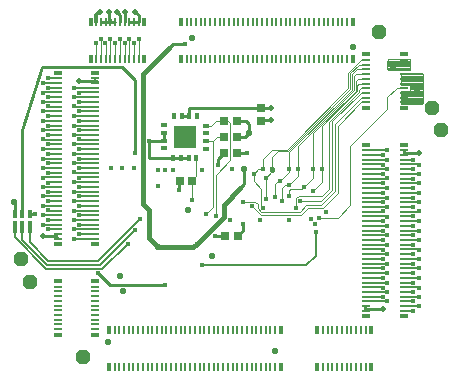
<source format=gtl>
G75*
%MOIN*%
%OFA0B0*%
%FSLAX24Y24*%
%IPPOS*%
%LPD*%
%AMOC8*
5,1,8,0,0,1.08239X$1,22.5*
%
%ADD10R,0.0270X0.0300*%
%ADD11OC8,0.0480*%
%ADD12R,0.0150X0.0300*%
%ADD13R,0.0150X0.0400*%
%ADD14R,0.0295X0.0091*%
%ADD15R,0.0295X0.0138*%
%ADD16R,0.0091X0.0295*%
%ADD17R,0.0138X0.0295*%
%ADD18R,0.0170X0.0170*%
%ADD19R,0.0768X0.0768*%
%ADD20R,0.0240X0.0120*%
%ADD21R,0.0120X0.0240*%
%ADD22R,0.0300X0.0270*%
%ADD23C,0.0220*%
%ADD24C,0.0160*%
%ADD25C,0.0300*%
%ADD26C,0.0040*%
%ADD27C,0.0100*%
%ADD28C,0.0200*%
%ADD29C,0.0030*%
%ADD30C,0.0160*%
%ADD31C,0.0020*%
%ADD32C,0.0060*%
%ADD33C,0.0120*%
%ADD34C,0.0190*%
D10*
X008960Y007770D03*
X009380Y007770D03*
X007860Y009610D03*
X007440Y009610D03*
X008920Y010530D03*
X009340Y010530D03*
X009340Y011070D03*
X008920Y011070D03*
X008920Y011610D03*
X009340Y011610D03*
D11*
X004210Y003730D03*
X002450Y006250D03*
X002150Y007010D03*
X014090Y014570D03*
X015850Y012050D03*
X016150Y011290D03*
D12*
X002440Y008510D03*
X002190Y008510D03*
X001940Y008510D03*
D13*
X001940Y008060D03*
X002190Y008060D03*
X002440Y008060D03*
D14*
X003386Y007988D03*
X003386Y008145D03*
X003386Y008303D03*
X003386Y008460D03*
X003386Y008618D03*
X003386Y008775D03*
X003386Y008933D03*
X003386Y009090D03*
X003386Y009248D03*
X003386Y009405D03*
X003386Y009563D03*
X003386Y009720D03*
X003386Y009878D03*
X003386Y010035D03*
X003386Y010193D03*
X003386Y010350D03*
X003386Y010507D03*
X003386Y010665D03*
X003386Y010822D03*
X003386Y010980D03*
X003386Y011137D03*
X003386Y011295D03*
X003386Y011452D03*
X003386Y011610D03*
X003386Y011767D03*
X003386Y011925D03*
X003386Y012082D03*
X003386Y012240D03*
X003386Y012397D03*
X003386Y012555D03*
X003386Y012712D03*
X003386Y012870D03*
X003386Y013027D03*
X004634Y013027D03*
X004634Y012870D03*
X004634Y012712D03*
X004634Y012555D03*
X004634Y012397D03*
X004634Y012240D03*
X004634Y012082D03*
X004634Y011925D03*
X004634Y011767D03*
X004634Y011610D03*
X004634Y011452D03*
X004634Y011295D03*
X004634Y011137D03*
X004634Y010980D03*
X004634Y010822D03*
X004634Y010665D03*
X004634Y010507D03*
X004634Y010350D03*
X004634Y010193D03*
X004634Y010035D03*
X004634Y009878D03*
X004634Y009720D03*
X004634Y009563D03*
X004634Y009405D03*
X004634Y009248D03*
X004634Y009090D03*
X004634Y008933D03*
X004634Y008775D03*
X004634Y008618D03*
X004634Y008460D03*
X004634Y008303D03*
X004634Y008145D03*
X004634Y007988D03*
X004634Y007830D03*
X004634Y007673D03*
X003386Y007673D03*
X003386Y007830D03*
X003386Y006079D03*
X003386Y005921D03*
X003386Y005764D03*
X003386Y005606D03*
X003386Y005449D03*
X003386Y005291D03*
X003386Y005134D03*
X003386Y004976D03*
X003386Y004819D03*
X003386Y004661D03*
X004634Y004661D03*
X004634Y004819D03*
X004634Y004976D03*
X004634Y005134D03*
X004634Y005291D03*
X004634Y005449D03*
X004634Y005606D03*
X004634Y005764D03*
X004634Y005921D03*
X004634Y006079D03*
X013666Y006060D03*
X013666Y005903D03*
X013666Y005745D03*
X013666Y005588D03*
X013666Y005430D03*
X013666Y005273D03*
X013666Y006218D03*
X013666Y006375D03*
X013666Y006533D03*
X013666Y006690D03*
X013666Y006848D03*
X013666Y007005D03*
X013666Y007163D03*
X013666Y007320D03*
X013666Y007478D03*
X013666Y007635D03*
X013666Y007793D03*
X013666Y007950D03*
X013666Y008107D03*
X013666Y008265D03*
X013666Y008422D03*
X013666Y008580D03*
X013666Y008737D03*
X013666Y008895D03*
X013666Y009052D03*
X013666Y009210D03*
X013666Y009367D03*
X013666Y009525D03*
X013666Y009682D03*
X013666Y009840D03*
X013666Y009997D03*
X013666Y010155D03*
X013666Y010312D03*
X013666Y010470D03*
X013666Y010627D03*
X014914Y010627D03*
X014914Y010470D03*
X014914Y010312D03*
X014914Y010155D03*
X014914Y009997D03*
X014914Y009840D03*
X014914Y009682D03*
X014914Y009525D03*
X014914Y009367D03*
X014914Y009210D03*
X014914Y009052D03*
X014914Y008895D03*
X014914Y008737D03*
X014914Y008580D03*
X014914Y008422D03*
X014914Y008265D03*
X014914Y008107D03*
X014914Y007950D03*
X014914Y007793D03*
X014914Y007635D03*
X014914Y007478D03*
X014914Y007320D03*
X014914Y007163D03*
X014914Y007005D03*
X014914Y006848D03*
X014914Y006690D03*
X014914Y006533D03*
X014914Y006375D03*
X014914Y006218D03*
X014914Y006060D03*
X014914Y005903D03*
X014914Y005745D03*
X014914Y005588D03*
X014914Y005430D03*
X014914Y005273D03*
X014914Y012221D03*
X014914Y012379D03*
X014914Y012536D03*
X014914Y012694D03*
X014914Y012851D03*
X014914Y013009D03*
X014914Y013166D03*
X014914Y013324D03*
X014914Y013481D03*
X014914Y013639D03*
X013666Y013639D03*
X013666Y013481D03*
X013666Y013324D03*
X013666Y013166D03*
X013666Y013009D03*
X013666Y012851D03*
X013666Y012694D03*
X013666Y012536D03*
X013666Y012379D03*
X013666Y012221D03*
D15*
X013666Y012034D03*
X013666Y010814D03*
X014914Y010814D03*
X014914Y012034D03*
X014914Y013826D03*
X013666Y013826D03*
X013666Y005086D03*
X014914Y005086D03*
X004634Y004474D03*
X003386Y004474D03*
X003386Y006266D03*
X003386Y007486D03*
X004634Y007486D03*
X004634Y006266D03*
X004634Y013214D03*
X003386Y013214D03*
D16*
X004661Y013666D03*
X004819Y013666D03*
X004976Y013666D03*
X005134Y013666D03*
X005291Y013666D03*
X005449Y013666D03*
X005606Y013666D03*
X005764Y013666D03*
X005921Y013666D03*
X006079Y013666D03*
X006079Y014914D03*
X005921Y014914D03*
X005764Y014914D03*
X005606Y014914D03*
X005449Y014914D03*
X005291Y014914D03*
X005134Y014914D03*
X004976Y014914D03*
X004819Y014914D03*
X004661Y014914D03*
X007673Y014914D03*
X007830Y014914D03*
X007988Y014914D03*
X008145Y014914D03*
X008303Y014914D03*
X008460Y014914D03*
X008618Y014914D03*
X008775Y014914D03*
X008933Y014914D03*
X009090Y014914D03*
X009248Y014914D03*
X009405Y014914D03*
X009563Y014914D03*
X009720Y014914D03*
X009878Y014914D03*
X010035Y014914D03*
X010193Y014914D03*
X010350Y014914D03*
X010507Y014914D03*
X010665Y014914D03*
X010822Y014914D03*
X010980Y014914D03*
X011137Y014914D03*
X011295Y014914D03*
X011452Y014914D03*
X011610Y014914D03*
X011767Y014914D03*
X011925Y014914D03*
X012082Y014914D03*
X012240Y014914D03*
X012397Y014914D03*
X012555Y014914D03*
X012712Y014914D03*
X012870Y014914D03*
X013027Y014914D03*
X013027Y013666D03*
X012870Y013666D03*
X012712Y013666D03*
X012555Y013666D03*
X012397Y013666D03*
X012240Y013666D03*
X012082Y013666D03*
X011925Y013666D03*
X011767Y013666D03*
X011610Y013666D03*
X011452Y013666D03*
X011295Y013666D03*
X011137Y013666D03*
X010980Y013666D03*
X010822Y013666D03*
X010665Y013666D03*
X010507Y013666D03*
X010350Y013666D03*
X010193Y013666D03*
X010035Y013666D03*
X009878Y013666D03*
X009720Y013666D03*
X009563Y013666D03*
X009405Y013666D03*
X009248Y013666D03*
X009090Y013666D03*
X008933Y013666D03*
X008775Y013666D03*
X008618Y013666D03*
X008460Y013666D03*
X008303Y013666D03*
X008145Y013666D03*
X007988Y013666D03*
X007830Y013666D03*
X007673Y013666D03*
X007635Y004634D03*
X007478Y004634D03*
X007320Y004634D03*
X007163Y004634D03*
X007005Y004634D03*
X006848Y004634D03*
X006690Y004634D03*
X006533Y004634D03*
X006375Y004634D03*
X006218Y004634D03*
X006060Y004634D03*
X005903Y004634D03*
X005745Y004634D03*
X005588Y004634D03*
X005430Y004634D03*
X005273Y004634D03*
X005273Y003386D03*
X005430Y003386D03*
X005588Y003386D03*
X005745Y003386D03*
X005903Y003386D03*
X006060Y003386D03*
X006218Y003386D03*
X006375Y003386D03*
X006533Y003386D03*
X006690Y003386D03*
X006848Y003386D03*
X007005Y003386D03*
X007163Y003386D03*
X007320Y003386D03*
X007478Y003386D03*
X007635Y003386D03*
X007793Y003386D03*
X007950Y003386D03*
X008107Y003386D03*
X008265Y003386D03*
X008422Y003386D03*
X008580Y003386D03*
X008737Y003386D03*
X008895Y003386D03*
X009052Y003386D03*
X009210Y003386D03*
X009367Y003386D03*
X009525Y003386D03*
X009682Y003386D03*
X009840Y003386D03*
X009997Y003386D03*
X010155Y003386D03*
X010312Y003386D03*
X010470Y003386D03*
X010627Y003386D03*
X010627Y004634D03*
X010470Y004634D03*
X010312Y004634D03*
X010155Y004634D03*
X009997Y004634D03*
X009840Y004634D03*
X009682Y004634D03*
X009525Y004634D03*
X009367Y004634D03*
X009210Y004634D03*
X009052Y004634D03*
X008895Y004634D03*
X008737Y004634D03*
X008580Y004634D03*
X008422Y004634D03*
X008265Y004634D03*
X008107Y004634D03*
X007950Y004634D03*
X007793Y004634D03*
X012221Y004634D03*
X012379Y004634D03*
X012536Y004634D03*
X012694Y004634D03*
X012851Y004634D03*
X013009Y004634D03*
X013166Y004634D03*
X013324Y004634D03*
X013481Y004634D03*
X013639Y004634D03*
X013639Y003386D03*
X013481Y003386D03*
X013324Y003386D03*
X013166Y003386D03*
X013009Y003386D03*
X012851Y003386D03*
X012694Y003386D03*
X012536Y003386D03*
X012379Y003386D03*
X012221Y003386D03*
D17*
X012034Y003386D03*
X010814Y003386D03*
X010814Y004634D03*
X012034Y004634D03*
X013826Y004634D03*
X013826Y003386D03*
X005086Y003386D03*
X005086Y004634D03*
X004474Y013666D03*
X004474Y014914D03*
X006266Y014914D03*
X007486Y014914D03*
X007486Y013666D03*
X006266Y013666D03*
X013214Y013666D03*
X013214Y014914D03*
D18*
X012205Y009990D03*
X011895Y009990D03*
X011405Y009990D03*
X011095Y009990D03*
X010525Y009990D03*
X010215Y009990D03*
D19*
X007630Y011070D03*
D20*
X006931Y010952D03*
X006931Y010696D03*
X006931Y011208D03*
X006931Y011464D03*
X008329Y011444D03*
X008329Y011188D03*
X008329Y010932D03*
X008329Y010676D03*
D21*
X008004Y010371D03*
X007748Y010371D03*
X007492Y010371D03*
X007236Y010371D03*
X007256Y011769D03*
X007512Y011769D03*
X007768Y011769D03*
X008024Y011769D03*
D22*
X010150Y011600D03*
X010150Y012020D03*
D23*
X009770Y011210D03*
X009590Y010010D03*
X007710Y008630D03*
X006710Y007390D03*
X005470Y006430D03*
X005570Y005930D03*
X005070Y004230D03*
X008530Y007090D03*
X010630Y003930D03*
X001930Y008890D03*
X007850Y014370D03*
X013230Y014070D03*
D24*
X014370Y010630D03*
X014210Y010470D03*
X014370Y010310D03*
X014210Y010150D03*
X014370Y009990D03*
X014210Y009830D03*
X014370Y009690D03*
X014210Y009530D03*
X014370Y009370D03*
X014210Y009210D03*
X014370Y009050D03*
X014210Y008890D03*
X014370Y008730D03*
X014210Y008590D03*
X014370Y008410D03*
X014210Y008270D03*
X014370Y008110D03*
X014210Y007950D03*
X014370Y007790D03*
X014210Y007630D03*
X014370Y007470D03*
X014210Y007310D03*
X014370Y007170D03*
X014210Y007010D03*
X014370Y006850D03*
X014210Y006690D03*
X014370Y006530D03*
X014210Y006370D03*
X014370Y006210D03*
X014210Y006050D03*
X014370Y005890D03*
X014210Y005750D03*
X014370Y005590D03*
X015230Y005590D03*
X015410Y005430D03*
X015230Y005270D03*
X015410Y005750D03*
X015230Y005890D03*
X015410Y006050D03*
X015230Y006210D03*
X015410Y006370D03*
X015230Y006530D03*
X015410Y006690D03*
X015230Y006850D03*
X015410Y007010D03*
X015230Y007170D03*
X015410Y007310D03*
X015230Y007470D03*
X015410Y007630D03*
X015230Y007790D03*
X015410Y007950D03*
X015230Y008110D03*
X015410Y008270D03*
X015230Y008430D03*
X015410Y008590D03*
X015230Y008750D03*
X015410Y008890D03*
X015230Y009050D03*
X015410Y009210D03*
X015230Y009370D03*
X015410Y009530D03*
X015230Y009670D03*
X015410Y009830D03*
X015230Y009990D03*
X015410Y010150D03*
X015230Y010310D03*
X012310Y008570D03*
X012090Y008370D03*
X011970Y008170D03*
X011810Y008330D03*
X011990Y007910D03*
X011330Y008690D03*
X011450Y008950D03*
X011090Y009090D03*
X010850Y008930D03*
X010630Y009070D03*
X010310Y008990D03*
X010230Y008710D03*
X009850Y008770D03*
X009550Y008910D03*
X009110Y008310D03*
X008650Y008450D03*
X008310Y008490D03*
X007860Y008980D03*
X007410Y009300D03*
X007210Y009970D03*
X006970Y009970D03*
X006710Y009970D03*
X006710Y009450D03*
X005910Y010030D03*
X005530Y010030D03*
X005150Y010030D03*
X005950Y010530D03*
X006410Y010950D03*
X008190Y009970D03*
X008730Y010130D03*
X009190Y009990D03*
X009690Y010530D03*
X009910Y009830D03*
X010310Y009710D03*
X010790Y009610D03*
X011090Y009470D03*
X011590Y009410D03*
X011890Y009270D03*
X011090Y008310D03*
X010110Y008310D03*
X009570Y008170D03*
X008610Y007770D03*
X008010Y007510D03*
X008190Y006790D03*
X006970Y006150D03*
X005710Y007510D03*
X005950Y007970D03*
X006110Y008350D03*
X004730Y006530D03*
X003930Y007670D03*
X004090Y007830D03*
X003930Y007990D03*
X004090Y008150D03*
X003930Y008310D03*
X004090Y008470D03*
X003930Y008610D03*
X004090Y008770D03*
X003930Y008930D03*
X004090Y009090D03*
X003930Y009250D03*
X004090Y009410D03*
X003930Y009570D03*
X004090Y009710D03*
X003930Y009890D03*
X004090Y010030D03*
X003930Y010190D03*
X004090Y010350D03*
X003930Y010510D03*
X004090Y010670D03*
X003930Y010830D03*
X004090Y010990D03*
X003930Y011130D03*
X004090Y011290D03*
X003930Y011450D03*
X004090Y011610D03*
X003930Y011770D03*
X004090Y011930D03*
X003930Y012090D03*
X004090Y012250D03*
X003930Y012410D03*
X004090Y012550D03*
X003930Y012710D03*
X003070Y012710D03*
X002890Y012550D03*
X003070Y012410D03*
X002890Y012250D03*
X003070Y012090D03*
X002890Y011930D03*
X003070Y011770D03*
X002890Y011610D03*
X003070Y011450D03*
X002890Y011290D03*
X003070Y011130D03*
X002890Y010990D03*
X003070Y010830D03*
X002890Y010670D03*
X003070Y010510D03*
X002890Y010350D03*
X003070Y010190D03*
X002890Y010030D03*
X003070Y009870D03*
X002890Y009710D03*
X003070Y009550D03*
X002890Y009410D03*
X003070Y009250D03*
X002890Y009090D03*
X003070Y008930D03*
X002890Y008770D03*
X003070Y008630D03*
X002890Y008470D03*
X003070Y008310D03*
X002890Y008150D03*
X003070Y007990D03*
X002630Y008510D03*
X002890Y012870D03*
X003070Y013030D03*
X004650Y014210D03*
X004810Y014350D03*
X004970Y014210D03*
X005130Y014350D03*
X005290Y014210D03*
X005450Y014350D03*
X005610Y014210D03*
X005770Y014350D03*
X005930Y014210D03*
X006090Y014350D03*
X007630Y014170D03*
D25*
X014550Y013470D03*
X015370Y012690D03*
D26*
X015570Y012692D02*
X015130Y012692D01*
X015130Y012654D02*
X015570Y012654D01*
X015570Y012615D02*
X015130Y012615D01*
X015130Y012590D02*
X015130Y012810D01*
X014810Y012810D01*
X014810Y013190D01*
X015510Y013190D01*
X015570Y013130D01*
X015570Y012230D01*
X015510Y012170D01*
X014810Y012170D01*
X014810Y012590D01*
X015130Y012590D01*
X015130Y012731D02*
X015570Y012731D01*
X015570Y012769D02*
X015130Y012769D01*
X015130Y012808D02*
X015570Y012808D01*
X015570Y012846D02*
X014810Y012846D01*
X014810Y012885D02*
X015570Y012885D01*
X015570Y012923D02*
X014810Y012923D01*
X014810Y012962D02*
X015570Y012962D01*
X015570Y013000D02*
X014810Y013000D01*
X014810Y013039D02*
X015570Y013039D01*
X015570Y013077D02*
X014810Y013077D01*
X014810Y013116D02*
X015570Y013116D01*
X015546Y013154D02*
X014810Y013154D01*
X015110Y013290D02*
X014410Y013290D01*
X014350Y013350D01*
X014350Y013610D01*
X014410Y013670D01*
X015110Y013670D01*
X015110Y013290D01*
X015110Y013308D02*
X014392Y013308D01*
X014353Y013347D02*
X015110Y013347D01*
X015110Y013385D02*
X014350Y013385D01*
X014350Y013424D02*
X015110Y013424D01*
X015110Y013462D02*
X014350Y013462D01*
X014350Y013501D02*
X015110Y013501D01*
X015110Y013539D02*
X014350Y013539D01*
X014350Y013578D02*
X015110Y013578D01*
X015110Y013616D02*
X014356Y013616D01*
X014395Y013655D02*
X015110Y013655D01*
X014914Y012694D02*
X014674Y012694D01*
X014370Y012390D01*
X014370Y012010D01*
X013130Y010770D01*
X013130Y008790D01*
X012710Y008370D01*
X012090Y008370D01*
X011905Y009270D02*
X011890Y009270D01*
X011905Y009270D02*
X012205Y009570D01*
X012205Y009990D01*
X011895Y009990D02*
X011895Y009715D01*
X011590Y009410D01*
X011530Y009350D01*
X011150Y009350D01*
X011090Y009290D01*
X011090Y009090D01*
X010850Y008930D02*
X010850Y009370D01*
X010950Y009470D01*
X011090Y009470D01*
X011405Y009785D01*
X011405Y009990D01*
X011095Y009990D02*
X011095Y009915D01*
X010790Y009610D01*
X010730Y009610D01*
X010630Y009510D01*
X010630Y009070D01*
X010310Y008990D02*
X010310Y009710D01*
X010530Y009930D01*
X010530Y009985D01*
X010130Y009990D02*
X010070Y009990D01*
X009910Y009830D01*
X009910Y009590D01*
X010150Y009350D01*
X010150Y008790D01*
X010230Y008710D01*
X009870Y008770D02*
X009850Y008770D01*
X008650Y008450D02*
X008650Y009810D01*
X009130Y010290D01*
X009130Y011550D01*
X009070Y011610D01*
X008920Y011610D01*
X008670Y011610D01*
X008504Y011444D01*
X008329Y011444D01*
X008690Y011070D02*
X008920Y011070D01*
X008690Y011070D02*
X008552Y010932D01*
X008552Y008732D01*
X008310Y008490D01*
X007860Y008980D02*
X007860Y009610D01*
X008004Y009754D01*
X008004Y010371D01*
X008329Y010932D02*
X008552Y010932D01*
X006079Y013666D02*
X006079Y014339D01*
X006090Y014350D01*
X005930Y014210D02*
X005921Y014201D01*
X005921Y013666D01*
X005764Y013666D02*
X005764Y014344D01*
X005770Y014350D01*
X005610Y014210D02*
X005606Y014206D01*
X005606Y013666D01*
X005449Y013666D02*
X005449Y014349D01*
X005450Y014350D01*
X005291Y014209D02*
X005290Y014210D01*
X005291Y014209D02*
X005291Y013666D01*
X005134Y013666D02*
X005134Y014346D01*
X005130Y014350D01*
X004976Y014204D02*
X004970Y014210D01*
X004976Y014204D02*
X004976Y013666D01*
X004819Y013666D02*
X004819Y014341D01*
X004810Y014350D01*
X004661Y014199D02*
X004650Y014210D01*
X004661Y014199D02*
X004661Y013666D01*
X014810Y012577D02*
X015570Y012577D01*
X015570Y012538D02*
X014810Y012538D01*
X014810Y012500D02*
X015570Y012500D01*
X015570Y012461D02*
X014810Y012461D01*
X014810Y012423D02*
X015570Y012423D01*
X015570Y012384D02*
X014810Y012384D01*
X014810Y012346D02*
X015570Y012346D01*
X015570Y012307D02*
X014810Y012307D01*
X014810Y012269D02*
X015570Y012269D01*
X015570Y012230D02*
X014810Y012230D01*
X014810Y012192D02*
X015532Y012192D01*
D27*
X015410Y010550D02*
X014953Y010550D01*
X010490Y011630D02*
X010150Y011630D01*
X010150Y011600D01*
X009770Y011490D02*
X009770Y011210D01*
X009630Y011070D01*
X009340Y011070D01*
X009770Y011490D02*
X009650Y011610D01*
X009340Y011610D01*
X010150Y012020D02*
X010160Y012030D01*
X010490Y012030D01*
X010150Y012020D02*
X007768Y012020D01*
X007768Y011769D01*
X007512Y011769D01*
X006931Y011208D02*
X006931Y010952D01*
X006410Y010952D01*
X006410Y010950D01*
X006410Y010371D01*
X007236Y010371D01*
X007492Y010371D01*
X007748Y010371D01*
X007440Y009610D02*
X007410Y009610D01*
X007410Y009300D01*
X008730Y010130D02*
X008730Y010340D01*
X008920Y010530D01*
X009340Y010530D02*
X009690Y010530D01*
X009590Y010010D02*
X009590Y009490D01*
X009470Y009370D01*
X009570Y008170D02*
X009570Y007960D01*
X009380Y007770D01*
X008960Y007770D02*
X008610Y007770D01*
X006970Y006150D02*
X005110Y006150D01*
X004730Y006530D01*
X003333Y007770D02*
X002890Y007770D01*
X002630Y008510D02*
X002440Y008510D01*
X002190Y008510D02*
X002190Y011290D01*
X002853Y013391D01*
X005518Y013391D01*
X005950Y012960D01*
X005950Y010530D01*
X004673Y012950D02*
X004090Y012950D01*
X004819Y014914D02*
X004976Y014914D01*
X005134Y014914D01*
X005090Y014997D01*
X005090Y015250D01*
X005350Y015250D02*
X005450Y015150D01*
X005450Y014953D01*
X005449Y014914D01*
X005606Y014914D02*
X005606Y015246D01*
X005970Y015250D02*
X006079Y015141D01*
X006079Y014914D01*
X005921Y014914D01*
X005764Y014914D01*
X005291Y014914D02*
X005134Y014914D01*
X007090Y014050D02*
X007210Y014170D01*
X007630Y014170D01*
X001930Y008890D02*
X001940Y008860D01*
X001940Y008510D01*
X013627Y005350D02*
X014210Y005350D01*
D28*
X014210Y005350D03*
X015410Y010550D03*
X010490Y011630D03*
X010490Y012030D03*
X005970Y015250D03*
X005090Y015250D03*
X004790Y015250D03*
X004090Y012950D03*
X002890Y007770D03*
D29*
X009550Y008910D02*
X009970Y008910D01*
X010050Y008830D01*
X010050Y008690D01*
X010170Y008570D01*
X011450Y008570D01*
X011670Y008790D01*
X012150Y008790D01*
X012630Y009270D01*
X012630Y011510D01*
X013499Y012379D01*
X013666Y012379D01*
X013666Y012536D02*
X013476Y012536D01*
X012530Y011590D01*
X012530Y009310D01*
X012170Y008950D01*
X011450Y008950D01*
X011330Y009025D02*
X011330Y008690D01*
X011490Y008470D02*
X011710Y008690D01*
X012210Y008690D01*
X012730Y009210D01*
X012730Y011450D01*
X013501Y012221D01*
X013666Y012221D01*
X013430Y012570D02*
X012430Y011570D01*
X012430Y009350D01*
X012190Y009110D01*
X011415Y009110D01*
X011330Y009025D01*
X011490Y008470D02*
X010170Y008470D01*
X009870Y008770D01*
X010130Y009990D02*
X010215Y009990D01*
X010215Y010335D01*
X010530Y010650D01*
X011030Y010650D01*
X013070Y012690D01*
X013070Y013210D01*
X013499Y013639D01*
X013666Y013639D01*
X013666Y013481D02*
X013421Y013481D01*
X013130Y013190D01*
X013130Y012670D01*
X011050Y010590D01*
X010728Y010590D01*
X010525Y010387D01*
X010525Y009990D01*
X010215Y009990D02*
X010215Y010303D01*
X011095Y010555D02*
X011095Y009990D01*
X011405Y009990D02*
X011405Y010785D01*
X013250Y012630D01*
X013250Y013110D01*
X013306Y013166D01*
X013666Y013166D01*
X013666Y013009D02*
X013389Y013009D01*
X013310Y012930D01*
X013310Y012610D01*
X011895Y011195D01*
X011895Y009990D01*
X012205Y009990D02*
X012205Y011425D01*
X013370Y012590D01*
X013370Y012790D01*
X013431Y012851D01*
X013666Y012851D01*
X013666Y012694D02*
X013494Y012694D01*
X013430Y012630D01*
X013430Y012570D01*
X013190Y012650D02*
X011095Y010555D01*
X013190Y012650D02*
X013190Y013170D01*
X013344Y013324D01*
X013666Y013324D01*
D30*
X010525Y009990D02*
X010525Y009985D01*
X010530Y009985D01*
X009470Y009370D02*
X008910Y008810D01*
X008910Y008410D01*
X008010Y007510D01*
X007890Y007390D01*
X006710Y007390D01*
X006410Y007690D01*
X006410Y008630D01*
X006210Y008830D01*
X006210Y013170D01*
X006710Y013670D01*
X007090Y014050D01*
X007090Y014050D01*
D31*
X005921Y013666D02*
X005930Y013627D01*
X005770Y013627D02*
X005764Y013666D01*
X005610Y013627D02*
X005606Y013666D01*
X005449Y013666D02*
X005450Y013627D01*
X005290Y013627D02*
X005291Y013666D01*
X005134Y013666D02*
X005130Y013627D01*
X004976Y013666D02*
X004970Y013627D01*
X004661Y013666D02*
X004650Y013627D01*
X004661Y014914D02*
X004670Y014945D01*
X011090Y009985D02*
X011095Y009990D01*
X011330Y010015D02*
X011405Y009990D01*
X011390Y009975D01*
X011890Y009985D02*
X011895Y009990D01*
X012205Y009990D02*
X012210Y009985D01*
D32*
X013666Y009997D02*
X014370Y009997D01*
X014370Y009990D01*
X014210Y009840D02*
X013666Y009840D01*
X013666Y009682D02*
X014370Y009682D01*
X014370Y009690D01*
X014210Y009830D02*
X014210Y009840D01*
X014210Y009530D02*
X014210Y009525D01*
X013666Y009525D01*
X013666Y009367D02*
X014370Y009367D01*
X014370Y009370D01*
X014210Y009210D02*
X014210Y009210D01*
X013666Y009210D01*
X013666Y009052D02*
X014370Y009052D01*
X014370Y009050D01*
X014210Y008895D02*
X013666Y008895D01*
X013666Y008737D02*
X014370Y008737D01*
X014370Y008730D01*
X014210Y008590D02*
X014210Y008580D01*
X013666Y008580D01*
X013666Y008422D02*
X014370Y008422D01*
X014370Y008410D01*
X014210Y008270D02*
X014210Y008265D01*
X013666Y008265D01*
X013666Y008107D02*
X014370Y008107D01*
X014370Y008110D01*
X014210Y007950D02*
X013666Y007950D01*
X013666Y007793D02*
X014370Y007793D01*
X014370Y007790D01*
X014210Y007635D02*
X013666Y007635D01*
X013666Y007478D02*
X014370Y007478D01*
X014370Y007470D01*
X014210Y007320D02*
X014210Y007310D01*
X014210Y007320D02*
X013666Y007320D01*
X013666Y007163D02*
X014370Y007163D01*
X014370Y007170D01*
X014210Y007010D02*
X014210Y007005D01*
X013666Y007005D01*
X013666Y006848D02*
X014370Y006848D01*
X014370Y006850D01*
X014210Y006690D02*
X013666Y006690D01*
X013666Y006533D02*
X014370Y006533D01*
X014370Y006530D01*
X014210Y006375D02*
X013666Y006375D01*
X013666Y006218D02*
X014370Y006218D01*
X014370Y006210D01*
X014210Y006060D02*
X013666Y006060D01*
X013666Y005903D02*
X014370Y005903D01*
X014370Y005890D01*
X014210Y005750D02*
X014210Y005745D01*
X013666Y005745D01*
X013666Y005588D02*
X014370Y005588D01*
X014370Y005590D01*
X014210Y006050D02*
X014210Y006060D01*
X014210Y006370D02*
X014210Y006375D01*
X014210Y006690D02*
X014210Y006690D01*
X014914Y006690D02*
X015410Y006690D01*
X015410Y006690D01*
X015230Y006533D02*
X015230Y006530D01*
X015230Y006533D02*
X014914Y006533D01*
X014914Y006375D02*
X015410Y006375D01*
X015410Y006370D01*
X015230Y006218D02*
X015230Y006210D01*
X015230Y006218D02*
X014914Y006218D01*
X014914Y006060D02*
X015410Y006060D01*
X015410Y006050D01*
X015230Y005903D02*
X015230Y005890D01*
X015230Y005903D02*
X014914Y005903D01*
X014914Y005745D02*
X015410Y005745D01*
X015410Y005750D01*
X015230Y005590D02*
X015230Y005588D01*
X014914Y005588D01*
X014914Y005430D02*
X015410Y005430D01*
X015410Y005430D01*
X015230Y005273D02*
X015230Y005270D01*
X015230Y005273D02*
X014914Y005273D01*
X013666Y005273D02*
X013666Y005430D01*
X013627Y005350D01*
X014914Y006848D02*
X015230Y006848D01*
X015230Y006850D01*
X015410Y007005D02*
X015410Y007010D01*
X015410Y007005D02*
X014914Y007005D01*
X014914Y007163D02*
X015230Y007163D01*
X015230Y007170D01*
X015410Y007310D02*
X015410Y007320D01*
X014914Y007320D01*
X014914Y007478D02*
X015230Y007478D01*
X015230Y007470D01*
X015410Y007630D02*
X015410Y007635D01*
X014914Y007635D01*
X014914Y007793D02*
X015230Y007793D01*
X015230Y007790D01*
X015410Y007950D02*
X014914Y007950D01*
X014914Y008107D02*
X015230Y008107D01*
X015230Y008110D01*
X015410Y008265D02*
X015410Y008270D01*
X015410Y008265D02*
X014914Y008265D01*
X014914Y008422D02*
X015230Y008422D01*
X015230Y008430D01*
X015410Y008580D02*
X015410Y008590D01*
X015410Y008580D02*
X014914Y008580D01*
X014914Y008737D02*
X015230Y008737D01*
X015230Y008750D01*
X015410Y008890D02*
X015410Y008895D01*
X014914Y008895D01*
X014914Y009052D02*
X015230Y009052D01*
X015230Y009050D01*
X015410Y009210D02*
X015410Y009210D01*
X014914Y009210D01*
X014914Y009367D02*
X015230Y009367D01*
X015230Y009370D01*
X015410Y009525D02*
X015410Y009530D01*
X015410Y009525D02*
X014914Y009525D01*
X014914Y009682D02*
X015230Y009682D01*
X015230Y009670D01*
X015410Y009830D02*
X015410Y009840D01*
X014914Y009840D01*
X014914Y009997D02*
X015230Y009997D01*
X015230Y009990D01*
X015410Y010150D02*
X015410Y010155D01*
X014914Y010155D01*
X014914Y010312D02*
X015230Y010312D01*
X015230Y010310D01*
X014914Y010470D02*
X014914Y010627D01*
X014953Y010550D01*
X014370Y010627D02*
X014370Y010630D01*
X014370Y010627D02*
X013666Y010627D01*
X013666Y010470D02*
X014210Y010470D01*
X014210Y010470D01*
X014370Y010312D02*
X013666Y010312D01*
X013666Y010155D02*
X014210Y010155D01*
X014210Y010150D01*
X014370Y010310D02*
X014370Y010312D01*
X014210Y008895D02*
X014210Y008890D01*
X014210Y007635D02*
X014210Y007630D01*
X011990Y007910D02*
X011990Y007110D01*
X011670Y006790D01*
X008190Y006790D01*
X006110Y008350D02*
X004710Y006950D01*
X003050Y006950D01*
X002440Y007560D01*
X002440Y008060D01*
X002190Y008060D02*
X002190Y007650D01*
X003030Y006810D01*
X004790Y006810D01*
X005950Y007970D01*
X005710Y007510D02*
X004870Y006670D01*
X002990Y006670D01*
X001940Y007720D01*
X001940Y008060D01*
X002890Y008145D02*
X002890Y008150D01*
X002890Y008145D02*
X003386Y008145D01*
X003386Y007988D02*
X003070Y007988D01*
X003070Y007990D01*
X003070Y008303D02*
X003070Y008310D01*
X003070Y008303D02*
X003386Y008303D01*
X003386Y008460D02*
X002890Y008460D01*
X002890Y008470D01*
X003070Y008618D02*
X003070Y008630D01*
X003070Y008618D02*
X003386Y008618D01*
X003386Y008775D02*
X002890Y008775D01*
X002890Y008770D01*
X003070Y008930D02*
X003070Y008933D01*
X003386Y008933D01*
X003386Y009090D02*
X002890Y009090D01*
X002890Y009090D01*
X003070Y009248D02*
X003070Y009250D01*
X003070Y009248D02*
X003386Y009248D01*
X003386Y009405D02*
X002890Y009405D01*
X002890Y009410D01*
X003070Y009550D02*
X003070Y009563D01*
X003386Y009563D01*
X003386Y009720D02*
X002890Y009720D01*
X002890Y009710D01*
X003070Y009870D02*
X003070Y009878D01*
X003386Y009878D01*
X003386Y010035D02*
X002890Y010035D01*
X002890Y010030D01*
X003070Y010190D02*
X003070Y010193D01*
X003386Y010193D01*
X003386Y010350D02*
X002890Y010350D01*
X003070Y010507D02*
X003070Y010510D01*
X003070Y010507D02*
X003386Y010507D01*
X003386Y010665D02*
X002890Y010665D01*
X002890Y010670D01*
X003070Y010822D02*
X003070Y010830D01*
X003070Y010822D02*
X003386Y010822D01*
X003386Y010980D02*
X002890Y010980D01*
X002890Y010990D01*
X003070Y011130D02*
X003070Y011137D01*
X003386Y011137D01*
X003386Y011295D02*
X002890Y011295D01*
X002890Y011290D01*
X003070Y011450D02*
X003070Y011452D01*
X003386Y011452D01*
X003386Y011610D02*
X002890Y011610D01*
X002890Y011610D01*
X003070Y011767D02*
X003070Y011770D01*
X003070Y011767D02*
X003386Y011767D01*
X003386Y011925D02*
X002890Y011925D01*
X002890Y011930D01*
X003070Y012082D02*
X003070Y012090D01*
X003070Y012082D02*
X003386Y012082D01*
X003386Y012240D02*
X002890Y012240D01*
X002890Y012250D01*
X003070Y012397D02*
X003070Y012410D01*
X003070Y012397D02*
X003386Y012397D01*
X003386Y012555D02*
X002910Y012555D01*
X002890Y012550D01*
X003070Y012710D02*
X003347Y012710D01*
X003386Y012712D01*
X003386Y012870D02*
X002890Y012870D01*
X002890Y012870D01*
X003070Y013027D02*
X003386Y013027D01*
X003070Y013030D02*
X003070Y013027D01*
X003930Y012712D02*
X003930Y012710D01*
X003930Y012712D02*
X004634Y012712D01*
X004634Y012555D02*
X004090Y012555D01*
X004090Y012550D01*
X003930Y012410D02*
X003930Y012397D01*
X004634Y012397D01*
X004634Y012240D02*
X004090Y012240D01*
X004090Y012250D01*
X003930Y012090D02*
X003930Y012082D01*
X004634Y012082D01*
X004634Y011925D02*
X004090Y011925D01*
X004090Y011930D01*
X003930Y011770D02*
X003930Y011767D01*
X004634Y011767D01*
X004634Y011610D02*
X004090Y011610D01*
X004090Y011610D01*
X003930Y011452D02*
X003930Y011450D01*
X003930Y011452D02*
X004634Y011452D01*
X004634Y011295D02*
X004090Y011295D01*
X004090Y011290D01*
X003930Y011137D02*
X003930Y011130D01*
X003930Y011137D02*
X004634Y011137D01*
X004634Y010980D02*
X004090Y010980D01*
X004090Y010990D01*
X003930Y010830D02*
X003930Y010822D01*
X004634Y010822D01*
X004634Y010665D02*
X004090Y010665D01*
X004090Y010670D01*
X003930Y010510D02*
X003930Y010507D01*
X004634Y010507D01*
X004634Y010350D02*
X004090Y010350D01*
X003930Y010193D02*
X003930Y010190D01*
X003930Y010193D02*
X004634Y010193D01*
X004634Y010035D02*
X004090Y010035D01*
X004090Y010030D01*
X003930Y009890D02*
X003930Y009878D01*
X004634Y009878D01*
X004634Y009720D02*
X004090Y009720D01*
X004090Y009710D01*
X003930Y009570D02*
X003930Y009563D01*
X004634Y009563D01*
X004634Y009405D02*
X004090Y009405D01*
X004090Y009410D01*
X003930Y009250D02*
X003930Y009248D01*
X004634Y009248D01*
X004634Y009090D02*
X004410Y009090D01*
X004090Y009090D01*
X003930Y008933D02*
X003930Y008930D01*
X003930Y008933D02*
X004634Y008933D01*
X004634Y008775D02*
X004090Y008775D01*
X004090Y008770D01*
X003930Y008618D02*
X003930Y008610D01*
X003930Y008618D02*
X004634Y008618D01*
X004634Y008460D02*
X004090Y008460D01*
X004090Y008470D01*
X003930Y008310D02*
X003930Y008303D01*
X004634Y008303D01*
X004634Y008145D02*
X004090Y008145D01*
X004090Y008150D01*
X003930Y007990D02*
X003930Y007988D01*
X004634Y007988D01*
X004634Y007830D02*
X004090Y007830D01*
X004090Y007830D01*
X003930Y007673D02*
X003930Y007670D01*
X003930Y007673D02*
X004634Y007673D01*
X003386Y007673D02*
X003347Y007770D01*
X003333Y007770D01*
X003347Y007770D02*
X003386Y007830D01*
X004634Y012870D02*
X004673Y012950D01*
X004634Y013027D02*
X004634Y012870D01*
D33*
X004661Y014914D02*
X004670Y014962D01*
X004670Y015150D01*
X004770Y015250D01*
X004790Y015250D01*
X005130Y014957D02*
X005134Y014914D01*
X005606Y015246D02*
X005610Y015250D01*
D34*
X005610Y015250D03*
X005350Y015250D03*
M02*

</source>
